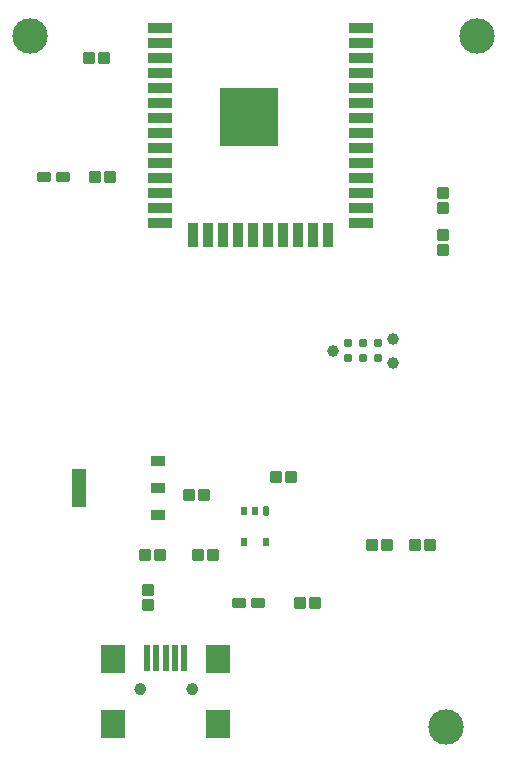
<source format=gbr>
%TF.GenerationSoftware,KiCad,Pcbnew,(5.99.0-10506-gb986797469)*%
%TF.CreationDate,2021-06-08T09:07:57+02:00*%
%TF.ProjectId,quadkey,71756164-6b65-4792-9e6b-696361645f70,rev?*%
%TF.SameCoordinates,Original*%
%TF.FileFunction,Soldermask,Top*%
%TF.FilePolarity,Negative*%
%FSLAX46Y46*%
G04 Gerber Fmt 4.6, Leading zero omitted, Abs format (unit mm)*
G04 Created by KiCad (PCBNEW (5.99.0-10506-gb986797469)) date 2021-06-08 09:07:57*
%MOMM*%
%LPD*%
G01*
G04 APERTURE LIST*
G04 Aperture macros list*
%AMRoundRect*
0 Rectangle with rounded corners*
0 $1 Rounding radius*
0 $2 $3 $4 $5 $6 $7 $8 $9 X,Y pos of 4 corners*
0 Add a 4 corners polygon primitive as box body*
4,1,4,$2,$3,$4,$5,$6,$7,$8,$9,$2,$3,0*
0 Add four circle primitives for the rounded corners*
1,1,$1+$1,$2,$3*
1,1,$1+$1,$4,$5*
1,1,$1+$1,$6,$7*
1,1,$1+$1,$8,$9*
0 Add four rect primitives between the rounded corners*
20,1,$1+$1,$2,$3,$4,$5,0*
20,1,$1+$1,$4,$5,$6,$7,0*
20,1,$1+$1,$6,$7,$8,$9,0*
20,1,$1+$1,$8,$9,$2,$3,0*%
G04 Aperture macros list end*
%ADD10C,0.010000*%
%ADD11C,3.000000*%
%ADD12RoundRect,0.250000X0.300000X-0.250000X0.300000X0.250000X-0.300000X0.250000X-0.300000X-0.250000X0*%
%ADD13RoundRect,0.250000X-0.250000X-0.300000X0.250000X-0.300000X0.250000X0.300000X-0.250000X0.300000X0*%
%ADD14RoundRect,0.250000X-0.300000X0.250000X-0.300000X-0.250000X0.300000X-0.250000X0.300000X0.250000X0*%
%ADD15C,0.990600*%
%ADD16C,0.787400*%
%ADD17RoundRect,0.250000X0.250000X0.300000X-0.250000X0.300000X-0.250000X-0.300000X0.250000X-0.300000X0*%
%ADD18RoundRect,0.212500X-0.400000X-0.212500X0.400000X-0.212500X0.400000X0.212500X-0.400000X0.212500X0*%
%ADD19RoundRect,0.137500X-0.137500X-0.262500X0.137500X-0.262500X0.137500X0.262500X-0.137500X0.262500X0*%
%ADD20R,0.550000X0.800000*%
%ADD21RoundRect,0.212500X0.400000X0.212500X-0.400000X0.212500X-0.400000X-0.212500X0.400000X-0.212500X0*%
%ADD22R,0.482600X2.311400*%
%ADD23R,2.006600X2.489200*%
%ADD24C,0.910000*%
%ADD25R,2.000000X0.900000*%
%ADD26R,0.900000X2.000000*%
%ADD27R,5.000000X5.000000*%
%ADD28R,1.310000X0.930000*%
%ADD29R,1.310000X3.240000*%
G04 APERTURE END LIST*
D10*
%TO.C,con1*%
X96632900Y-113454600D02*
X96626100Y-113376500D01*
X96626100Y-113376500D02*
X96605800Y-113300700D01*
X96605800Y-113300700D02*
X96572600Y-113229600D01*
X96572600Y-113229600D02*
X96527600Y-113165300D01*
X96527600Y-113165300D02*
X96472200Y-113109900D01*
X96472200Y-113109900D02*
X96407900Y-113064900D01*
X96407900Y-113064900D02*
X96336800Y-113031700D01*
X96336800Y-113031700D02*
X96261000Y-113011400D01*
X96261000Y-113011400D02*
X96182900Y-113004600D01*
X96182900Y-113004600D02*
X96104800Y-113011400D01*
X96104800Y-113011400D02*
X96029000Y-113031700D01*
X96029000Y-113031700D02*
X95957900Y-113064900D01*
X95957900Y-113064900D02*
X95893600Y-113109900D01*
X95893600Y-113109900D02*
X95838200Y-113165300D01*
X95838200Y-113165300D02*
X95793200Y-113229600D01*
X95793200Y-113229600D02*
X95760000Y-113300700D01*
X95760000Y-113300700D02*
X95739700Y-113376500D01*
X95739700Y-113376500D02*
X95732900Y-113454600D01*
X95732900Y-113454600D02*
X95739700Y-113532700D01*
X95739700Y-113532700D02*
X95760000Y-113608500D01*
X95760000Y-113608500D02*
X95793200Y-113679600D01*
X95793200Y-113679600D02*
X95838200Y-113743900D01*
X95838200Y-113743900D02*
X95893600Y-113799300D01*
X95893600Y-113799300D02*
X95957900Y-113844300D01*
X95957900Y-113844300D02*
X96029000Y-113877500D01*
X96029000Y-113877500D02*
X96104800Y-113897800D01*
X96104800Y-113897800D02*
X96182900Y-113904600D01*
X96182900Y-113904600D02*
X96261000Y-113897800D01*
X96261000Y-113897800D02*
X96336800Y-113877500D01*
X96336800Y-113877500D02*
X96407900Y-113844300D01*
X96407900Y-113844300D02*
X96472200Y-113799300D01*
X96472200Y-113799300D02*
X96527600Y-113743900D01*
X96527600Y-113743900D02*
X96572600Y-113679600D01*
X96572600Y-113679600D02*
X96605800Y-113608500D01*
X96605800Y-113608500D02*
X96626100Y-113532700D01*
X96626100Y-113532700D02*
X96632900Y-113454600D01*
G36*
X96261000Y-113011400D02*
G01*
X96336800Y-113031700D01*
X96407900Y-113064900D01*
X96472200Y-113109900D01*
X96527600Y-113165300D01*
X96572600Y-113229600D01*
X96605800Y-113300700D01*
X96626100Y-113376500D01*
X96632900Y-113454600D01*
X96626100Y-113532700D01*
X96605800Y-113608500D01*
X96572600Y-113679600D01*
X96527600Y-113743900D01*
X96472200Y-113799300D01*
X96407900Y-113844300D01*
X96336800Y-113877500D01*
X96261000Y-113897800D01*
X96182900Y-113904600D01*
X96104800Y-113897800D01*
X96029000Y-113877500D01*
X95957900Y-113844300D01*
X95893600Y-113799300D01*
X95838200Y-113743900D01*
X95793200Y-113679600D01*
X95760000Y-113608500D01*
X95739700Y-113532700D01*
X95732900Y-113454600D01*
X95739700Y-113376500D01*
X95760000Y-113300700D01*
X95793200Y-113229600D01*
X95838200Y-113165300D01*
X95893600Y-113109900D01*
X95957900Y-113064900D01*
X96029000Y-113031700D01*
X96104800Y-113011400D01*
X96182900Y-113004600D01*
X96261000Y-113011400D01*
G37*
X96261000Y-113011400D02*
X96336800Y-113031700D01*
X96407900Y-113064900D01*
X96472200Y-113109900D01*
X96527600Y-113165300D01*
X96572600Y-113229600D01*
X96605800Y-113300700D01*
X96626100Y-113376500D01*
X96632900Y-113454600D01*
X96626100Y-113532700D01*
X96605800Y-113608500D01*
X96572600Y-113679600D01*
X96527600Y-113743900D01*
X96472200Y-113799300D01*
X96407900Y-113844300D01*
X96336800Y-113877500D01*
X96261000Y-113897800D01*
X96182900Y-113904600D01*
X96104800Y-113897800D01*
X96029000Y-113877500D01*
X95957900Y-113844300D01*
X95893600Y-113799300D01*
X95838200Y-113743900D01*
X95793200Y-113679600D01*
X95760000Y-113608500D01*
X95739700Y-113532700D01*
X95732900Y-113454600D01*
X95739700Y-113376500D01*
X95760000Y-113300700D01*
X95793200Y-113229600D01*
X95838200Y-113165300D01*
X95893600Y-113109900D01*
X95957900Y-113064900D01*
X96029000Y-113031700D01*
X96104800Y-113011400D01*
X96182900Y-113004600D01*
X96261000Y-113011400D01*
X101027100Y-113454600D02*
X101020300Y-113376500D01*
X101020300Y-113376500D02*
X101000000Y-113300700D01*
X101000000Y-113300700D02*
X100966800Y-113229600D01*
X100966800Y-113229600D02*
X100921800Y-113165300D01*
X100921800Y-113165300D02*
X100866400Y-113109900D01*
X100866400Y-113109900D02*
X100802100Y-113064900D01*
X100802100Y-113064900D02*
X100731000Y-113031700D01*
X100731000Y-113031700D02*
X100655200Y-113011400D01*
X100655200Y-113011400D02*
X100577100Y-113004600D01*
X100577100Y-113004600D02*
X100499000Y-113011400D01*
X100499000Y-113011400D02*
X100423200Y-113031700D01*
X100423200Y-113031700D02*
X100352100Y-113064900D01*
X100352100Y-113064900D02*
X100287800Y-113109900D01*
X100287800Y-113109900D02*
X100232400Y-113165300D01*
X100232400Y-113165300D02*
X100187400Y-113229600D01*
X100187400Y-113229600D02*
X100154200Y-113300700D01*
X100154200Y-113300700D02*
X100133900Y-113376500D01*
X100133900Y-113376500D02*
X100127100Y-113454600D01*
X100127100Y-113454600D02*
X100133900Y-113532700D01*
X100133900Y-113532700D02*
X100154200Y-113608500D01*
X100154200Y-113608500D02*
X100187400Y-113679600D01*
X100187400Y-113679600D02*
X100232400Y-113743900D01*
X100232400Y-113743900D02*
X100287800Y-113799300D01*
X100287800Y-113799300D02*
X100352100Y-113844300D01*
X100352100Y-113844300D02*
X100423200Y-113877500D01*
X100423200Y-113877500D02*
X100499000Y-113897800D01*
X100499000Y-113897800D02*
X100577100Y-113904600D01*
X100577100Y-113904600D02*
X100655200Y-113897800D01*
X100655200Y-113897800D02*
X100731000Y-113877500D01*
X100731000Y-113877500D02*
X100802100Y-113844300D01*
X100802100Y-113844300D02*
X100866400Y-113799300D01*
X100866400Y-113799300D02*
X100921800Y-113743900D01*
X100921800Y-113743900D02*
X100966800Y-113679600D01*
X100966800Y-113679600D02*
X101000000Y-113608500D01*
X101000000Y-113608500D02*
X101020300Y-113532700D01*
X101020300Y-113532700D02*
X101027100Y-113454600D01*
G36*
X100655200Y-113011400D02*
G01*
X100731000Y-113031700D01*
X100802100Y-113064900D01*
X100866400Y-113109900D01*
X100921800Y-113165300D01*
X100966800Y-113229600D01*
X101000000Y-113300700D01*
X101020300Y-113376500D01*
X101027100Y-113454600D01*
X101020300Y-113532700D01*
X101000000Y-113608500D01*
X100966800Y-113679600D01*
X100921800Y-113743900D01*
X100866400Y-113799300D01*
X100802100Y-113844300D01*
X100731000Y-113877500D01*
X100655200Y-113897800D01*
X100577100Y-113904600D01*
X100499000Y-113897800D01*
X100423200Y-113877500D01*
X100352100Y-113844300D01*
X100287800Y-113799300D01*
X100232400Y-113743900D01*
X100187400Y-113679600D01*
X100154200Y-113608500D01*
X100133900Y-113532700D01*
X100127100Y-113454600D01*
X100133900Y-113376500D01*
X100154200Y-113300700D01*
X100187400Y-113229600D01*
X100232400Y-113165300D01*
X100287800Y-113109900D01*
X100352100Y-113064900D01*
X100423200Y-113031700D01*
X100499000Y-113011400D01*
X100577100Y-113004600D01*
X100655200Y-113011400D01*
G37*
X100655200Y-113011400D02*
X100731000Y-113031700D01*
X100802100Y-113064900D01*
X100866400Y-113109900D01*
X100921800Y-113165300D01*
X100966800Y-113229600D01*
X101000000Y-113300700D01*
X101020300Y-113376500D01*
X101027100Y-113454600D01*
X101020300Y-113532700D01*
X101000000Y-113608500D01*
X100966800Y-113679600D01*
X100921800Y-113743900D01*
X100866400Y-113799300D01*
X100802100Y-113844300D01*
X100731000Y-113877500D01*
X100655200Y-113897800D01*
X100577100Y-113904600D01*
X100499000Y-113897800D01*
X100423200Y-113877500D01*
X100352100Y-113844300D01*
X100287800Y-113799300D01*
X100232400Y-113743900D01*
X100187400Y-113679600D01*
X100154200Y-113608500D01*
X100133900Y-113532700D01*
X100127100Y-113454600D01*
X100133900Y-113376500D01*
X100154200Y-113300700D01*
X100187400Y-113229600D01*
X100232400Y-113165300D01*
X100287800Y-113109900D01*
X100352100Y-113064900D01*
X100423200Y-113031700D01*
X100499000Y-113011400D01*
X100577100Y-113004600D01*
X100655200Y-113011400D01*
%TD*%
D11*
%TO.C,REF\u002A\u002A*%
X124714000Y-58166000D03*
%TD*%
D12*
%TO.C,R1*%
X91920000Y-60070000D03*
X93190000Y-60070000D03*
%TD*%
D11*
%TO.C,REF\u002A\u002A*%
X86868000Y-58166000D03*
%TD*%
D13*
%TO.C,R6*%
X121854000Y-75080000D03*
X121854000Y-76350000D03*
%TD*%
D11*
%TO.C,REF\u002A\u002A*%
X122110000Y-116720000D03*
%TD*%
D12*
%TO.C,C2*%
X100330000Y-97028000D03*
X101600000Y-97028000D03*
%TD*%
D14*
%TO.C,R2*%
X110998000Y-106172000D03*
X109728000Y-106172000D03*
%TD*%
D15*
%TO.C,CON1*%
X117602000Y-83820000D03*
X117602000Y-85852000D03*
X112522000Y-84836000D03*
D16*
X113792000Y-85471000D03*
X113792000Y-84201000D03*
X115062000Y-85471000D03*
X115062000Y-84201000D03*
X116332000Y-85471000D03*
X116332000Y-84201000D03*
%TD*%
D14*
%TO.C,R3*%
X102362000Y-102108000D03*
X101092000Y-102108000D03*
%TD*%
D17*
%TO.C,L1*%
X96840000Y-106400000D03*
X96840000Y-105130000D03*
%TD*%
D18*
%TO.C,D2*%
X88087500Y-70104000D03*
X89712500Y-70104000D03*
%TD*%
D13*
%TO.C,R5*%
X121850000Y-71540000D03*
X121850000Y-72810000D03*
%TD*%
D14*
%TO.C,R7*%
X117110000Y-101310000D03*
X115840000Y-101310000D03*
%TD*%
D19*
%TO.C,U1*%
X106895000Y-98410000D03*
D20*
X105945000Y-98410000D03*
X104995000Y-98410000D03*
X104995000Y-101010000D03*
X106895000Y-101010000D03*
%TD*%
D12*
%TO.C,R9*%
X92405500Y-70104000D03*
X93675500Y-70104000D03*
%TD*%
D14*
%TO.C,R8*%
X120770000Y-101310000D03*
X119500000Y-101310000D03*
%TD*%
D18*
%TO.C,D1*%
X106222500Y-106172000D03*
D21*
X104597500Y-106172000D03*
%TD*%
D12*
%TO.C,R4*%
X96642000Y-102108000D03*
X97912000Y-102108000D03*
%TD*%
D22*
%TO.C,con1*%
X96805200Y-110876500D03*
X97592600Y-110876500D03*
X98380000Y-110876500D03*
X99167400Y-110876500D03*
X99954800Y-110876500D03*
D23*
X102825000Y-110965400D03*
X102825000Y-116477200D03*
X93935000Y-116477200D03*
X93935000Y-110965400D03*
D24*
X96182900Y-113454600D03*
X100577100Y-113454600D03*
%TD*%
D12*
%TO.C,C1*%
X107696000Y-95504000D03*
X108966000Y-95504000D03*
%TD*%
D25*
%TO.C,U3*%
X97926000Y-57531000D03*
X97926000Y-58801000D03*
X97926000Y-60071000D03*
X97926000Y-61341000D03*
X97926000Y-62611000D03*
X97926000Y-63881000D03*
X97926000Y-65151000D03*
X97926000Y-66421000D03*
X97926000Y-67691000D03*
X97926000Y-68961000D03*
X97926000Y-70231000D03*
X97926000Y-71501000D03*
X97926000Y-72771000D03*
X97926000Y-74041000D03*
D26*
X100711000Y-75041000D03*
X101981000Y-75041000D03*
X103251000Y-75041000D03*
X104521000Y-75041000D03*
X105791000Y-75041000D03*
X107061000Y-75041000D03*
X108331000Y-75041000D03*
X109601000Y-75041000D03*
X110871000Y-75041000D03*
X112141000Y-75041000D03*
D25*
X114926000Y-74041000D03*
X114926000Y-72771000D03*
X114926000Y-71501000D03*
X114926000Y-70231000D03*
X114926000Y-68961000D03*
X114926000Y-67691000D03*
X114926000Y-66421000D03*
X114926000Y-65151000D03*
X114926000Y-63881000D03*
X114926000Y-62611000D03*
X114926000Y-61341000D03*
X114926000Y-60071000D03*
X114926000Y-58801000D03*
X114926000Y-57531000D03*
D27*
X105426000Y-65031000D03*
%TD*%
D28*
%TO.C,U2*%
X97686000Y-98730000D03*
X97686000Y-96440000D03*
X97686000Y-94150000D03*
D29*
X90996000Y-96440000D03*
%TD*%
M02*

</source>
